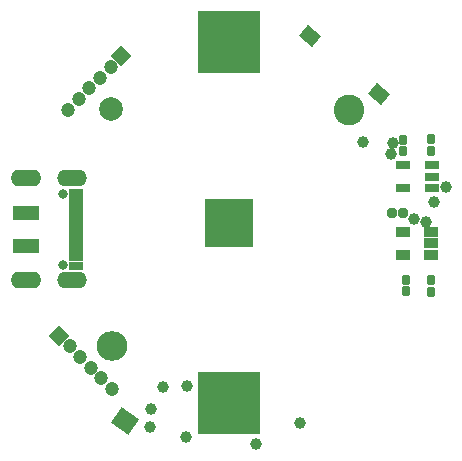
<source format=gbs>
G04*
G04 #@! TF.GenerationSoftware,Altium Limited,Altium Designer,21.0.8 (223)*
G04*
G04 Layer_Color=16711935*
%FSLAX25Y25*%
%MOIN*%
G70*
G04*
G04 #@! TF.SameCoordinates,24BCDA9A-42F1-41D6-B0A9-C8EBA0504D6D*
G04*
G04*
G04 #@! TF.FilePolarity,Negative*
G04*
G01*
G75*
G04:AMPARAMS|DCode=39|XSize=31.62mil|YSize=31.62mil|CornerRadius=6.36mil|HoleSize=0mil|Usage=FLASHONLY|Rotation=270.000|XOffset=0mil|YOffset=0mil|HoleType=Round|Shape=RoundedRectangle|*
%AMROUNDEDRECTD39*
21,1,0.03162,0.01890,0,0,270.0*
21,1,0.01890,0.03162,0,0,270.0*
1,1,0.01272,-0.00945,-0.00945*
1,1,0.01272,-0.00945,0.00945*
1,1,0.01272,0.00945,0.00945*
1,1,0.01272,0.00945,-0.00945*
%
%ADD39ROUNDEDRECTD39*%
%ADD49R,0.05131X0.03162*%
G04:AMPARAMS|DCode=50|XSize=27.69mil|YSize=31.62mil|CornerRadius=5.97mil|HoleSize=0mil|Usage=FLASHONLY|Rotation=0.000|XOffset=0mil|YOffset=0mil|HoleType=Round|Shape=RoundedRectangle|*
%AMROUNDEDRECTD50*
21,1,0.02769,0.01968,0,0,0.0*
21,1,0.01575,0.03162,0,0,0.0*
1,1,0.01194,0.00787,-0.00984*
1,1,0.01194,-0.00787,-0.00984*
1,1,0.01194,-0.00787,0.00984*
1,1,0.01194,0.00787,0.00984*
%
%ADD50ROUNDEDRECTD50*%
%ADD62C,0.03162*%
%ADD63C,0.03280*%
%ADD64O,0.09918X0.05359*%
%ADD65O,0.10249X0.05524*%
%ADD66C,0.07887*%
%ADD67C,0.10249*%
%ADD68O,0.10249X0.09855*%
%ADD69C,0.04737*%
%ADD70P,0.06699X4X270.0*%
%ADD71P,0.06699X4X360.0*%
%ADD72C,0.03950*%
G04:AMPARAMS|DCode=95|XSize=62.99mil|YSize=70.87mil|CornerRadius=0mil|HoleSize=0mil|Usage=FLASHONLY|Rotation=55.000|XOffset=0mil|YOffset=0mil|HoleType=Round|Shape=Rectangle|*
%AMROTATEDRECTD95*
4,1,4,0.01096,-0.04612,-0.04709,-0.00548,-0.01096,0.04612,0.04709,0.00548,0.01096,-0.04612,0.0*
%
%ADD95ROTATEDRECTD95*%

%ADD96R,0.04737X0.02847*%
%ADD97R,0.04737X0.01863*%
%ADD98R,0.08674X0.04737*%
%ADD99R,0.16391X0.16391*%
%ADD100R,0.20879X0.20879*%
G04:AMPARAMS|DCode=101|XSize=58mil|YSize=47.37mil|CornerRadius=0mil|HoleSize=0mil|Usage=FLASHONLY|Rotation=320.000|XOffset=0mil|YOffset=0mil|HoleType=Round|Shape=Rectangle|*
%AMROTATEDRECTD101*
4,1,4,-0.03744,0.00050,-0.00699,0.03678,0.03744,-0.00050,0.00699,-0.03678,-0.03744,0.00050,0.0*
%
%ADD101ROTATEDRECTD101*%

%ADD102R,0.05131X0.03359*%
D39*
X609252Y241142D02*
D03*
X605315D02*
D03*
D49*
X609252Y257087D02*
D03*
Y249606D02*
D03*
X618701D02*
D03*
Y253346D02*
D03*
Y257087D02*
D03*
D50*
X618504Y261811D02*
D03*
Y265748D02*
D03*
X609252Y261713D02*
D03*
Y265650D02*
D03*
X610220Y215094D02*
D03*
Y219032D02*
D03*
X618476Y214988D02*
D03*
Y218925D02*
D03*
D62*
X495768Y247638D02*
D03*
D63*
D03*
Y224016D02*
D03*
D64*
X498622Y218819D02*
D03*
Y252835D02*
D03*
D65*
X483563Y218819D02*
D03*
Y252835D02*
D03*
D66*
X511614Y275886D02*
D03*
D67*
X591043Y275492D02*
D03*
D68*
X512106Y196949D02*
D03*
D69*
X497492Y275704D02*
D03*
X501027Y279240D02*
D03*
X504563Y282775D02*
D03*
X508098Y286311D02*
D03*
X511634Y289847D02*
D03*
X512083Y182602D02*
D03*
X508547Y186138D02*
D03*
X505012Y189673D02*
D03*
X501476Y193209D02*
D03*
X497941Y196744D02*
D03*
D70*
X515169Y293382D02*
D03*
D71*
X494405Y200280D02*
D03*
D72*
X623323Y249787D02*
D03*
X524905Y169762D02*
D03*
X525200Y175962D02*
D03*
X528988Y183071D02*
D03*
X616732Y238244D02*
D03*
X605799Y264476D02*
D03*
X612613Y239361D02*
D03*
X619390Y244783D02*
D03*
X605020Y260728D02*
D03*
X595866Y264764D02*
D03*
X536882Y166535D02*
D03*
X537231Y183670D02*
D03*
X560165Y164181D02*
D03*
X574722Y171311D02*
D03*
D95*
X516450Y171962D02*
D03*
D96*
X500098Y223622D02*
D03*
Y248031D02*
D03*
Y226575D02*
D03*
Y245079D02*
D03*
D97*
Y228937D02*
D03*
Y242717D02*
D03*
Y230906D02*
D03*
Y232874D02*
D03*
Y234842D02*
D03*
Y236811D02*
D03*
Y238779D02*
D03*
Y240748D02*
D03*
D98*
X483563Y230315D02*
D03*
Y241339D02*
D03*
D99*
X551264Y237980D02*
D03*
D100*
Y177744D02*
D03*
Y298217D02*
D03*
D101*
X601156Y280811D02*
D03*
X578175Y300095D02*
D03*
D102*
X618480Y234799D02*
D03*
Y231059D02*
D03*
Y227319D02*
D03*
X609031D02*
D03*
Y234799D02*
D03*
M02*

</source>
